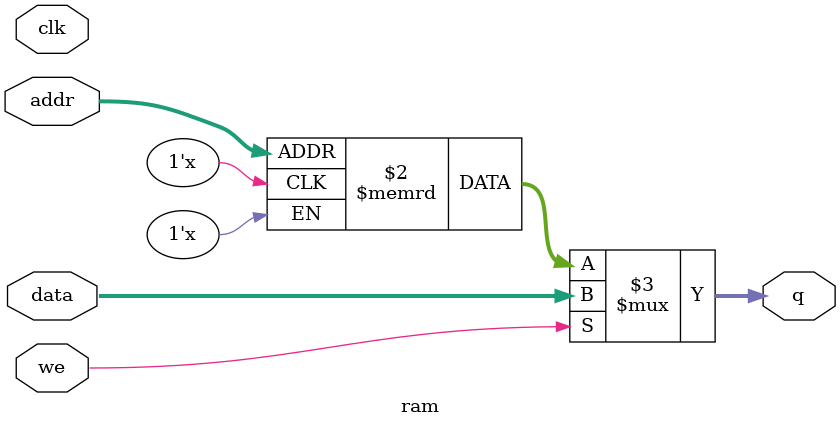
<source format=v>
module ram #(
    parameter ADDR_WIDTH=6,
    parameter DATA_WIDTH=8
) (
    input [DATA_WIDTH-1:0] data,
    input [ADDR_WIDTH-1:0] addr,
    input we, clk,
    output [7:0] q
);
reg [DATA_WIDTH-1:0] ram[2**ADDR_WIDTH-1:0];
// when we is high, write data to ram at address addr
// assign the ram value at address addr to q
assign q = (we==1'b1)? data : ram[addr];
// Asynchronous read
endmodule

</source>
